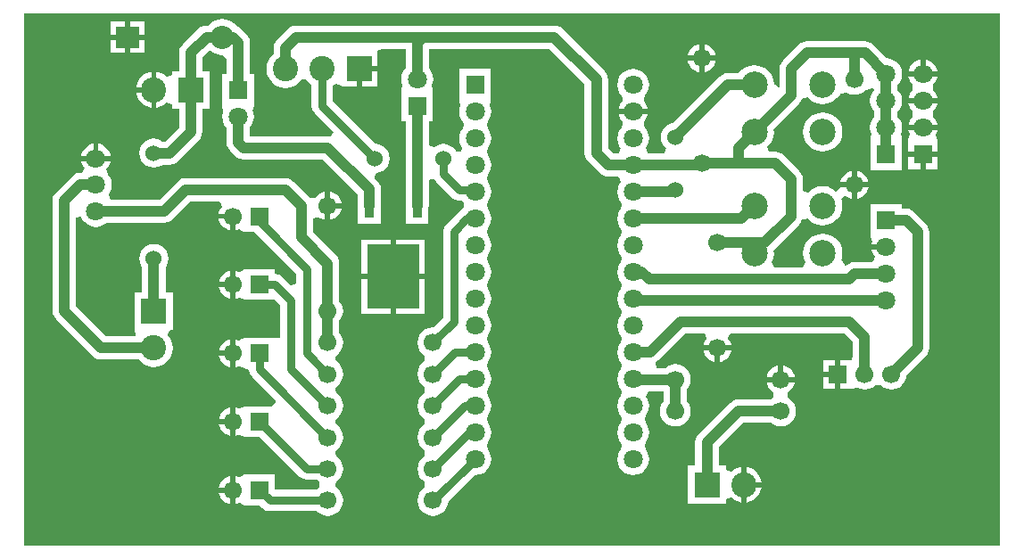
<source format=gbl>
G04 Layer_Physical_Order=2*
G04 Layer_Color=16711680*
%FSLAX25Y25*%
%MOIN*%
G70*
G01*
G75*
%ADD10R,0.19685X0.24016*%
%ADD11R,0.03740X0.08661*%
%ADD12C,0.03937*%
%ADD13C,0.03150*%
%ADD14C,0.06693*%
%ADD15C,0.09842*%
%ADD16R,0.09449X0.09449*%
%ADD17C,0.09449*%
%ADD18R,0.06693X0.06693*%
%ADD19C,0.07087*%
%ADD20R,0.07087X0.07087*%
%ADD21R,0.07087X0.07087*%
%ADD22R,0.08661X0.07874*%
%ADD23C,0.08661*%
%ADD24R,0.09449X0.09449*%
%ADD25C,0.06000*%
G36*
X367269Y2810D02*
X2810D01*
Y201915D01*
X367269D01*
Y2810D01*
D02*
G37*
%LPC*%
G36*
X152441Y102362D02*
X141614D01*
Y89370D01*
X152441D01*
Y102362D01*
D02*
G37*
G36*
X79724Y99410D02*
X75477D01*
X75530Y99006D01*
X76066Y97713D01*
X76918Y96603D01*
X78028Y95751D01*
X79321Y95216D01*
X79724Y95162D01*
Y99410D01*
D02*
G37*
G36*
Y105625D02*
X79321Y105572D01*
X78028Y105036D01*
X76918Y104184D01*
X76066Y103074D01*
X75530Y101781D01*
X75477Y101378D01*
X79724D01*
Y105625D01*
D02*
G37*
G36*
X260827Y75788D02*
X256580D01*
X256633Y75384D01*
X257168Y74091D01*
X258020Y72981D01*
X259131Y72129D01*
X260423Y71593D01*
X260827Y71540D01*
Y75788D01*
D02*
G37*
G36*
X79724Y80034D02*
X79321Y79981D01*
X78028Y79446D01*
X76918Y78594D01*
X76066Y77484D01*
X75530Y76191D01*
X75477Y75787D01*
X79724D01*
Y80034D01*
D02*
G37*
G36*
X139646Y102362D02*
X128819D01*
Y89370D01*
X139646D01*
Y102362D01*
D02*
G37*
G36*
X34957Y146653D02*
X29528D01*
X24098D01*
X24158Y146199D01*
X24713Y144858D01*
X25270Y144132D01*
X24805Y142696D01*
X24388Y142163D01*
X23622D01*
X22491Y142015D01*
X21438Y141578D01*
X20533Y140884D01*
X14628Y134978D01*
X13934Y134074D01*
X13497Y133020D01*
X13349Y131890D01*
Y90551D01*
X13497Y89421D01*
X13934Y88367D01*
X14628Y87463D01*
X28407Y73683D01*
X29312Y72989D01*
X30365Y72552D01*
X31496Y72404D01*
X45600D01*
X46127Y71717D01*
X47607Y70582D01*
X49331Y69867D01*
X51181Y69624D01*
X53031Y69867D01*
X54755Y70582D01*
X56235Y71717D01*
X57371Y73198D01*
X58085Y74922D01*
X58329Y76772D01*
X58085Y78622D01*
X57371Y80345D01*
X56488Y81496D01*
X56823Y82703D01*
X57333Y83465D01*
X58268D01*
Y97638D01*
X55549D01*
Y107120D01*
X55865Y107532D01*
X56405Y108836D01*
X56590Y110236D01*
X56405Y111636D01*
X55865Y112941D01*
X55006Y114061D01*
X53885Y114920D01*
X52581Y115460D01*
X51181Y115645D01*
X49781Y115460D01*
X48477Y114920D01*
X47357Y114061D01*
X46497Y112941D01*
X45957Y111636D01*
X45773Y110236D01*
X45957Y108836D01*
X46497Y107532D01*
X46813Y107120D01*
Y97638D01*
X44094D01*
Y83465D01*
X44094Y83465D01*
X44297Y81496D01*
X43930Y81140D01*
X33305D01*
X22085Y92361D01*
Y125346D01*
X24053Y125737D01*
X24369Y124975D01*
X25316Y123741D01*
X26549Y122794D01*
X27986Y122199D01*
X29528Y121996D01*
X31069Y122199D01*
X32506Y122794D01*
X33536Y123585D01*
X55118D01*
X56249Y123733D01*
X57302Y124170D01*
X58207Y124864D01*
X64801Y131459D01*
X75721D01*
X76264Y130579D01*
X76542Y129490D01*
X75909Y128665D01*
X75373Y127372D01*
X75320Y126969D01*
X80551D01*
Y125984D01*
X81535D01*
Y120753D01*
X81939Y120806D01*
X82874Y121194D01*
X83181Y121067D01*
X84842Y120276D01*
X84842Y120276D01*
X84843Y120276D01*
X88614D01*
X104254Y104637D01*
Y100846D01*
X102435Y100092D01*
X99295Y103232D01*
X97993Y104102D01*
X96457Y104408D01*
X96417D01*
Y106102D01*
X85000D01*
Y106102D01*
X83356Y105318D01*
X83031Y105184D01*
X82096Y105572D01*
X81693Y105625D01*
Y100394D01*
Y95162D01*
X82096Y95216D01*
X83031Y95603D01*
X83338Y95476D01*
X85000Y94685D01*
X85000Y94685D01*
X85000Y94685D01*
X96417D01*
X96417Y94685D01*
Y94685D01*
X97830Y93343D01*
X98348Y92826D01*
Y80603D01*
X96417Y80512D01*
Y80512D01*
X85000D01*
Y80512D01*
X83356Y79728D01*
X83031Y79594D01*
X82096Y79981D01*
X81693Y80034D01*
Y74803D01*
Y69572D01*
X82096Y69625D01*
X83031Y70012D01*
X83356Y69878D01*
X85000Y69095D01*
Y69095D01*
X86736Y68533D01*
X87000Y67204D01*
X87870Y65902D01*
X96643Y57129D01*
X96662Y56643D01*
X95104Y54921D01*
X94594Y54921D01*
X85000D01*
Y54921D01*
X83356Y54137D01*
X83031Y54003D01*
X82096Y54391D01*
X81693Y54444D01*
Y49213D01*
Y43981D01*
X82096Y44034D01*
X83031Y44422D01*
X83338Y44295D01*
X85000Y43504D01*
X85000Y43504D01*
X85000Y43504D01*
X90741D01*
X105587Y28658D01*
X106889Y27788D01*
X108425Y27482D01*
X112026D01*
X112070Y27425D01*
X113015Y26700D01*
X113151Y25591D01*
X113015Y24482D01*
X112070Y23756D01*
X112026Y23699D01*
X96417D01*
Y29331D01*
X85000D01*
Y29331D01*
X83356Y28547D01*
X83031Y28413D01*
X82096Y28800D01*
X81693Y28853D01*
Y23622D01*
Y18391D01*
X82096Y18444D01*
X83031Y18831D01*
X83338Y18705D01*
X85000Y17913D01*
X85000Y17913D01*
X85000Y17913D01*
X90741D01*
X91807Y16847D01*
X93110Y15977D01*
X94646Y15671D01*
X112026D01*
X112070Y15614D01*
X113263Y14698D01*
X114652Y14123D01*
X116142Y13927D01*
X117632Y14123D01*
X119021Y14698D01*
X120213Y15614D01*
X121128Y16806D01*
X121703Y18195D01*
X121900Y19685D01*
X121703Y21175D01*
X121128Y22564D01*
X120213Y23756D01*
X119268Y24482D01*
X119133Y25591D01*
X119268Y26700D01*
X120213Y27425D01*
X121128Y28617D01*
X121703Y30006D01*
X121900Y31496D01*
X121703Y32986D01*
X121128Y34375D01*
X120213Y35568D01*
X119268Y36292D01*
X119133Y37402D01*
X119268Y38511D01*
X120213Y39236D01*
X121128Y40428D01*
X121703Y41817D01*
X121900Y43307D01*
X121703Y44797D01*
X121128Y46186D01*
X120213Y47379D01*
X119268Y48103D01*
X119133Y49213D01*
X119268Y50322D01*
X120213Y51047D01*
X121128Y52239D01*
X121703Y53628D01*
X121900Y55118D01*
X121703Y56608D01*
X121128Y57997D01*
X120213Y59190D01*
X119268Y59914D01*
X119133Y61024D01*
X119268Y62133D01*
X120213Y62858D01*
X121128Y64050D01*
X121703Y65439D01*
X121900Y66929D01*
X121703Y68419D01*
X121128Y69808D01*
X120213Y71001D01*
X119268Y71726D01*
X119133Y72835D01*
X119268Y73944D01*
X120213Y74669D01*
X121128Y75861D01*
X121703Y77250D01*
X121900Y78740D01*
X121703Y80230D01*
X121128Y81619D01*
X120510Y82425D01*
Y86866D01*
X121128Y87672D01*
X121703Y89061D01*
X121900Y90551D01*
X121703Y92041D01*
X121128Y93430D01*
X120510Y94236D01*
Y108268D01*
X120361Y109398D01*
X119925Y110452D01*
X119230Y111356D01*
X110667Y119920D01*
Y125091D01*
X111547Y125634D01*
X112636Y125912D01*
X113461Y125279D01*
X114754Y124743D01*
X115157Y124690D01*
Y129921D01*
Y135152D01*
X114754Y135099D01*
X113461Y134564D01*
X112351Y133712D01*
X111785Y132974D01*
X111667Y132914D01*
X110342Y132764D01*
X109485Y132883D01*
X109388Y133010D01*
X103482Y138916D01*
X102578Y139610D01*
X101524Y140046D01*
X100394Y140195D01*
X62992D01*
X61862Y140046D01*
X60808Y139610D01*
X59903Y138916D01*
X53309Y132321D01*
X35190D01*
X34281Y134289D01*
X34686Y134817D01*
X35281Y136254D01*
X35484Y137795D01*
X35281Y139337D01*
X34686Y140773D01*
X34013Y141651D01*
X33459Y143707D01*
X33835Y144197D01*
X34342Y144858D01*
X34898Y146199D01*
X34957Y146653D01*
D02*
G37*
G36*
X121373Y128937D02*
X117126D01*
Y124690D01*
X117529Y124743D01*
X118822Y125279D01*
X119932Y126131D01*
X120784Y127241D01*
X121320Y128534D01*
X121373Y128937D01*
D02*
G37*
G36*
X117126Y135152D02*
Y130905D01*
X121373D01*
X121320Y131309D01*
X120784Y132602D01*
X119932Y133712D01*
X118822Y134564D01*
X117529Y135099D01*
X117126Y135152D01*
D02*
G37*
G36*
X139646Y117323D02*
X128819D01*
Y104331D01*
X139646D01*
Y117323D01*
D02*
G37*
G36*
X152441D02*
X141614D01*
Y104331D01*
X152441D01*
Y117323D01*
D02*
G37*
G36*
X79567Y125000D02*
X75320D01*
X75373Y124597D01*
X75909Y123304D01*
X76761Y122194D01*
X77871Y121342D01*
X79164Y120806D01*
X79567Y120753D01*
Y125000D01*
D02*
G37*
G36*
X267042Y75788D02*
X262795D01*
Y71540D01*
X263198Y71593D01*
X264491Y72129D01*
X265602Y72981D01*
X266454Y74091D01*
X266989Y75384D01*
X267042Y75788D01*
D02*
G37*
G36*
X272638Y32212D02*
Y26575D01*
X278275D01*
X278174Y27338D01*
X277500Y28966D01*
X276427Y30364D01*
X275029Y31437D01*
X273401Y32111D01*
X272638Y32212D01*
D02*
G37*
G36*
X79724Y48228D02*
X75477D01*
X75530Y47825D01*
X76066Y46532D01*
X76918Y45422D01*
X78028Y44570D01*
X79321Y44034D01*
X79724Y43981D01*
Y48228D01*
D02*
G37*
G36*
X290664Y63976D02*
X285433D01*
X280202D01*
X280255Y63573D01*
X280790Y62280D01*
X281642Y61170D01*
X282753Y60318D01*
X282715Y58203D01*
X282554Y58136D01*
X281748Y57518D01*
X269685D01*
X268554Y57369D01*
X267501Y56932D01*
X266596Y56238D01*
X254785Y44427D01*
X254091Y43523D01*
X253655Y42469D01*
X253506Y41339D01*
Y32677D01*
X250787D01*
Y18504D01*
X264961D01*
Y20085D01*
X266696Y20747D01*
X266929Y20779D01*
X268278Y19744D01*
X269906Y19070D01*
X270669Y18970D01*
Y25591D01*
Y32212D01*
X269906Y32111D01*
X268278Y31437D01*
X266929Y30402D01*
X266696Y30434D01*
X264961Y31096D01*
Y32677D01*
X262242D01*
Y39529D01*
X271494Y48781D01*
X281748D01*
X282554Y48163D01*
X283943Y47588D01*
X285433Y47392D01*
X286923Y47588D01*
X288312Y48163D01*
X289505Y49078D01*
X290420Y50271D01*
X290995Y51659D01*
X291191Y53150D01*
X290995Y54640D01*
X290420Y56029D01*
X289505Y57221D01*
X288312Y58136D01*
X288151Y58203D01*
X288113Y60318D01*
X289224Y61170D01*
X290076Y62280D01*
X290611Y63573D01*
X290664Y63976D01*
D02*
G37*
G36*
X79724Y22638D02*
X75477D01*
X75530Y22235D01*
X76066Y20942D01*
X76918Y19831D01*
X78028Y18979D01*
X79321Y18444D01*
X79724Y18391D01*
Y22638D01*
D02*
G37*
G36*
X278275Y24606D02*
X272638D01*
Y18970D01*
X273401Y19070D01*
X275029Y19744D01*
X276427Y20817D01*
X277500Y22215D01*
X278174Y23843D01*
X278275Y24606D01*
D02*
G37*
G36*
X79724Y28853D02*
X79321Y28800D01*
X78028Y28265D01*
X76918Y27413D01*
X76066Y26302D01*
X75530Y25010D01*
X75477Y24606D01*
X79724D01*
Y28853D01*
D02*
G37*
G36*
X286417Y70192D02*
Y65945D01*
X290664D01*
X290611Y66348D01*
X290076Y67641D01*
X289224Y68751D01*
X288113Y69603D01*
X286821Y70139D01*
X286417Y70192D01*
D02*
G37*
G36*
X305787Y72244D02*
X301457D01*
Y67913D01*
X305787D01*
Y72244D01*
D02*
G37*
G36*
X79724Y73819D02*
X75477D01*
X75530Y73416D01*
X76066Y72123D01*
X76918Y71013D01*
X78028Y70161D01*
X79321Y69625D01*
X79724Y69572D01*
Y73819D01*
D02*
G37*
G36*
Y54444D02*
X79321Y54391D01*
X78028Y53855D01*
X76918Y53003D01*
X76066Y51893D01*
X75530Y50600D01*
X75477Y50197D01*
X79724D01*
Y54444D01*
D02*
G37*
G36*
X305787Y65945D02*
X301457D01*
Y61614D01*
X305787D01*
Y65945D01*
D02*
G37*
G36*
X284449Y70192D02*
X284046Y70139D01*
X282753Y69603D01*
X281642Y68751D01*
X280790Y67641D01*
X280255Y66348D01*
X280202Y65945D01*
X284449D01*
Y70192D01*
D02*
G37*
G36*
X254921Y184055D02*
X250674D01*
X250727Y183652D01*
X251263Y182359D01*
X252115Y181249D01*
X253225Y180397D01*
X254518Y179861D01*
X254921Y179808D01*
Y184055D01*
D02*
G37*
G36*
X261137D02*
X256890D01*
Y179808D01*
X257293Y179861D01*
X258586Y180397D01*
X259696Y181249D01*
X260548Y182359D01*
X261084Y183652D01*
X261137Y184055D01*
D02*
G37*
G36*
X337598Y184564D02*
X337144Y184504D01*
X335803Y183948D01*
X334652Y183065D01*
X333768Y181913D01*
X333213Y180573D01*
X333153Y180118D01*
X337598D01*
Y184564D01*
D02*
G37*
G36*
X344012Y178150D02*
X338583D01*
X333153D01*
X333213Y177695D01*
X333768Y176354D01*
X334652Y175203D01*
Y173065D01*
X333768Y171914D01*
X333213Y170573D01*
X333153Y170118D01*
X338583D01*
X344012D01*
X343953Y170573D01*
X343397Y171914D01*
X342514Y173065D01*
Y175203D01*
X343397Y176354D01*
X343953Y177695D01*
X344012Y178150D01*
D02*
G37*
G36*
X50197Y179849D02*
X49434Y179749D01*
X47806Y179075D01*
X46408Y178002D01*
X45335Y176604D01*
X44660Y174976D01*
X44560Y174213D01*
X50197D01*
Y179849D01*
D02*
G37*
G36*
X134646Y180118D02*
X128937D01*
Y174409D01*
X134646D01*
Y180118D01*
D02*
G37*
G36*
X339567Y184564D02*
Y180118D01*
X344012D01*
X343953Y180573D01*
X343397Y181913D01*
X342514Y183065D01*
X341362Y183948D01*
X340021Y184504D01*
X339567Y184564D01*
D02*
G37*
G36*
X47638Y191929D02*
X42323D01*
Y187008D01*
X47638D01*
Y191929D01*
D02*
G37*
G36*
X40354Y198819D02*
X35039D01*
Y193898D01*
X40354D01*
Y198819D01*
D02*
G37*
G36*
X47638D02*
X42323D01*
Y193898D01*
X47638D01*
Y198819D01*
D02*
G37*
G36*
X254921Y190271D02*
X254518Y190217D01*
X253225Y189682D01*
X252115Y188830D01*
X251263Y187720D01*
X250727Y186427D01*
X250674Y186024D01*
X254921D01*
Y190271D01*
D02*
G37*
G36*
X256890D02*
Y186024D01*
X261137D01*
X261084Y186427D01*
X260548Y187720D01*
X259696Y188830D01*
X258586Y189682D01*
X257293Y190217D01*
X256890Y190271D01*
D02*
G37*
G36*
X40354Y191929D02*
X35039D01*
Y187008D01*
X40354D01*
Y191929D01*
D02*
G37*
G36*
X76772Y199664D02*
X75024Y199434D01*
X73396Y198760D01*
X71998Y197687D01*
X71687Y197282D01*
X70866D01*
X69736Y197133D01*
X68682Y196696D01*
X67778Y196002D01*
X61872Y190097D01*
X61178Y189192D01*
X60741Y188138D01*
X60593Y187008D01*
Y180315D01*
X57874D01*
Y178734D01*
X56138Y178072D01*
X55905Y178039D01*
X54556Y179075D01*
X52928Y179749D01*
X52165Y179849D01*
Y173228D01*
Y166607D01*
X52928Y166708D01*
X54556Y167382D01*
X55905Y168417D01*
X56138Y168385D01*
X57874Y167723D01*
Y166142D01*
X60593D01*
Y159290D01*
X55277Y153974D01*
X54297D01*
X53885Y154290D01*
X52581Y154831D01*
X51181Y155015D01*
X49781Y154831D01*
X48477Y154290D01*
X47357Y153431D01*
X46497Y152311D01*
X45957Y151006D01*
X45773Y149606D01*
X45957Y148206D01*
X46497Y146902D01*
X47357Y145782D01*
X48477Y144922D01*
X49781Y144382D01*
X51181Y144198D01*
X52581Y144382D01*
X53885Y144922D01*
X54297Y145238D01*
X57087D01*
X58217Y145387D01*
X59271Y145823D01*
X60175Y146518D01*
X68049Y154392D01*
X68743Y155296D01*
X69180Y156350D01*
X69329Y157480D01*
Y166142D01*
X72047D01*
Y180315D01*
X69329D01*
Y185199D01*
X72152Y188022D01*
X73396Y187067D01*
X75024Y186393D01*
X76772Y186163D01*
X76829Y186170D01*
X78309Y184872D01*
Y179134D01*
X76772D01*
Y167323D01*
X76772D01*
X77166Y165354D01*
X76924Y164770D01*
X76721Y163228D01*
X76924Y161687D01*
X77519Y160250D01*
X78309Y159220D01*
Y153543D01*
X78458Y152413D01*
X78894Y151359D01*
X79589Y150455D01*
X81557Y148486D01*
X82462Y147792D01*
X83515Y147356D01*
X84646Y147207D01*
X114332D01*
X127286Y134254D01*
Y129921D01*
X127421Y128890D01*
Y123228D01*
X135886D01*
Y128890D01*
X136022Y129921D01*
Y136063D01*
X135873Y137194D01*
X135436Y138247D01*
X134742Y139152D01*
X133613Y140281D01*
X133701Y140980D01*
X134380Y142298D01*
X135258Y142414D01*
X136563Y142954D01*
X137683Y143813D01*
X138542Y144934D01*
X139082Y146238D01*
X139267Y147638D01*
X139082Y149038D01*
X138542Y150342D01*
X137683Y151462D01*
X136563Y152322D01*
X135258Y152862D01*
X134167Y153006D01*
X118187Y168986D01*
Y174681D01*
X119315Y175519D01*
X121260Y174710D01*
Y174409D01*
X126969D01*
Y181102D01*
X127953D01*
Y182087D01*
X134646D01*
Y187795D01*
X136303Y188545D01*
X145238D01*
Y181331D01*
X144448Y180301D01*
X143853Y178865D01*
X143650Y177323D01*
X143853Y175781D01*
X144095Y175197D01*
X143701Y173228D01*
X143701D01*
Y161417D01*
X145238D01*
Y129921D01*
X145374Y128890D01*
Y123228D01*
X153839D01*
Y128890D01*
X153974Y129921D01*
Y139566D01*
X154627Y139798D01*
X155943Y139893D01*
X156610Y138894D01*
X162516Y132988D01*
X163818Y132118D01*
X165354Y131813D01*
X166352D01*
X167048Y130906D01*
Y129544D01*
X166653Y128827D01*
X165350Y127956D01*
X160547Y123153D01*
X159677Y121851D01*
X159372Y120315D01*
Y88277D01*
X155583Y84489D01*
X155512Y84498D01*
X154022Y84302D01*
X152633Y83727D01*
X151440Y82812D01*
X150525Y81619D01*
X149950Y80230D01*
X149754Y78740D01*
X149950Y77250D01*
X150525Y75861D01*
X151440Y74669D01*
X152385Y73944D01*
X152521Y72835D01*
X152385Y71726D01*
X151440Y71001D01*
X150525Y69808D01*
X149950Y68419D01*
X149754Y66929D01*
X149950Y65439D01*
X150525Y64050D01*
X151440Y62858D01*
X152385Y62133D01*
X152521Y61024D01*
X152385Y59914D01*
X151440Y59190D01*
X150525Y57997D01*
X149950Y56608D01*
X149754Y55118D01*
X149950Y53628D01*
X150525Y52239D01*
X151440Y51047D01*
X152385Y50322D01*
X152521Y49213D01*
X152385Y48103D01*
X151440Y47379D01*
X150525Y46186D01*
X149950Y44797D01*
X149754Y43307D01*
X149950Y41817D01*
X150525Y40428D01*
X151440Y39236D01*
X152385Y38511D01*
X152521Y37402D01*
X152385Y36292D01*
X151440Y35568D01*
X150525Y34375D01*
X149950Y32986D01*
X149754Y31496D01*
X149950Y30006D01*
X150525Y28617D01*
X151440Y27425D01*
X152385Y26700D01*
X152521Y25591D01*
X152385Y24482D01*
X151440Y23756D01*
X150525Y22564D01*
X149950Y21175D01*
X149754Y19685D01*
X149950Y18195D01*
X150525Y16806D01*
X151440Y15614D01*
X152633Y14698D01*
X154022Y14123D01*
X155512Y13927D01*
X157002Y14123D01*
X158391Y14698D01*
X159583Y15614D01*
X160498Y16806D01*
X161074Y18195D01*
X161234Y19416D01*
X171013Y29194D01*
X171260Y29162D01*
X172801Y29365D01*
X174238Y29960D01*
X175472Y30906D01*
X176418Y32140D01*
X177013Y33577D01*
X177216Y35118D01*
X177013Y36660D01*
X176418Y38096D01*
X175909Y38760D01*
X175632Y40118D01*
X175909Y41476D01*
X176418Y42140D01*
X177013Y43576D01*
X177216Y45118D01*
X177013Y46660D01*
X176418Y48096D01*
X175909Y48760D01*
X175632Y50118D01*
X175909Y51476D01*
X176418Y52140D01*
X177013Y53576D01*
X177216Y55118D01*
X177013Y56660D01*
X176418Y58096D01*
X175909Y58760D01*
X175632Y60118D01*
X175909Y61476D01*
X176418Y62140D01*
X177013Y63577D01*
X177216Y65118D01*
X177013Y66660D01*
X176418Y68096D01*
X175909Y68760D01*
X175632Y70118D01*
X175909Y71476D01*
X176418Y72140D01*
X177013Y73576D01*
X177216Y75118D01*
X177013Y76660D01*
X176418Y78096D01*
X175909Y78760D01*
X175632Y80118D01*
X175909Y81476D01*
X176418Y82140D01*
X177013Y83577D01*
X177216Y85118D01*
X177013Y86660D01*
X176418Y88096D01*
X175909Y88760D01*
X175632Y90118D01*
X175909Y91476D01*
X176418Y92140D01*
X177013Y93577D01*
X177216Y95118D01*
X177013Y96660D01*
X176418Y98096D01*
X175909Y98760D01*
X175632Y100118D01*
X175909Y101476D01*
X176418Y102140D01*
X177013Y103577D01*
X177216Y105118D01*
X177013Y106660D01*
X176418Y108096D01*
X175909Y108760D01*
X175632Y110118D01*
X175909Y111476D01*
X176418Y112140D01*
X177013Y113576D01*
X177216Y115118D01*
X177013Y116660D01*
X176418Y118096D01*
X175909Y118760D01*
X175632Y120118D01*
X175909Y121476D01*
X176418Y122140D01*
X177013Y123576D01*
X177216Y125118D01*
X177013Y126660D01*
X176418Y128096D01*
X175909Y128760D01*
X175632Y130118D01*
X175909Y131476D01*
X176418Y132140D01*
X177013Y133577D01*
X177216Y135118D01*
X177013Y136660D01*
X176418Y138096D01*
X175909Y138760D01*
X175632Y140118D01*
X175909Y141476D01*
X176418Y142140D01*
X177013Y143577D01*
X177216Y145118D01*
X177013Y146660D01*
X176418Y148096D01*
X175909Y148760D01*
X175632Y150118D01*
X175909Y151476D01*
X176418Y152140D01*
X177013Y153577D01*
X177216Y155118D01*
X177013Y156660D01*
X176418Y158096D01*
X175909Y158760D01*
X175632Y160118D01*
X175909Y161476D01*
X176418Y162140D01*
X177013Y163576D01*
X177216Y165118D01*
X177013Y166660D01*
X176771Y167244D01*
X177165Y169213D01*
X177165D01*
Y181024D01*
X165354D01*
Y169213D01*
X165354D01*
X165748Y167244D01*
X165506Y166660D01*
X165303Y165118D01*
X165506Y163576D01*
X166101Y162140D01*
X166611Y161476D01*
X166887Y160118D01*
X166611Y158760D01*
X166101Y158096D01*
X165506Y156660D01*
X165303Y155118D01*
X165506Y153577D01*
X166101Y152140D01*
X166507Y151611D01*
X166079Y150166D01*
X164267Y150017D01*
X164133Y150342D01*
X163273Y151462D01*
X162153Y152322D01*
X160849Y152862D01*
X159449Y153046D01*
X158049Y152862D01*
X156745Y152322D01*
X155943Y151707D01*
X154764Y152027D01*
X153974Y152545D01*
Y161417D01*
X155512D01*
Y173228D01*
X155512D01*
X155118Y175197D01*
X155360Y175781D01*
X155563Y177323D01*
X155360Y178865D01*
X154765Y180301D01*
X153974Y181331D01*
Y188545D01*
X198978D01*
X212167Y175356D01*
Y149606D01*
X212316Y148476D01*
X212753Y147422D01*
X213447Y146518D01*
X217935Y142029D01*
X218840Y141335D01*
X219893Y140899D01*
X221024Y140750D01*
X224823D01*
X225002Y140552D01*
X225682Y138781D01*
X225156Y138096D01*
X224562Y136660D01*
X224359Y135118D01*
X224562Y133577D01*
X225156Y132140D01*
X225666Y131476D01*
X225943Y130118D01*
X225666Y128760D01*
X225156Y128096D01*
X224562Y126660D01*
X224359Y125118D01*
X224562Y123576D01*
X225156Y122140D01*
X225666Y121476D01*
X225943Y120118D01*
X225666Y118760D01*
X225156Y118096D01*
X224562Y116660D01*
X224359Y115118D01*
X224562Y113576D01*
X225156Y112140D01*
X225666Y111476D01*
X225943Y110118D01*
X225666Y108760D01*
X225156Y108096D01*
X224562Y106660D01*
X224359Y105118D01*
X224562Y103577D01*
X225156Y102140D01*
X225666Y101476D01*
X225943Y100118D01*
X225666Y98760D01*
X225156Y98096D01*
X224562Y96660D01*
X224359Y95118D01*
X224562Y93577D01*
X225156Y92140D01*
X225666Y91476D01*
X225943Y90118D01*
X225666Y88760D01*
X225156Y88096D01*
X224562Y86660D01*
X224359Y85118D01*
X224562Y83577D01*
X225156Y82140D01*
X225666Y81476D01*
X225943Y80118D01*
X225666Y78760D01*
X225156Y78096D01*
X224562Y76660D01*
X224359Y75118D01*
X224562Y73576D01*
X225156Y72140D01*
X225666Y71476D01*
X225943Y70118D01*
X225666Y68760D01*
X225156Y68096D01*
X224562Y66660D01*
X224359Y65118D01*
X224562Y63577D01*
X225156Y62140D01*
X225666Y61476D01*
X225943Y60118D01*
X225666Y58760D01*
X225156Y58096D01*
X224562Y56660D01*
X224359Y55118D01*
X224562Y53576D01*
X225156Y52140D01*
X225666Y51476D01*
X225943Y50118D01*
X225666Y48760D01*
X225156Y48096D01*
X224562Y46660D01*
X224359Y45118D01*
X224562Y43576D01*
X225156Y42140D01*
X225666Y41476D01*
X225943Y40118D01*
X225666Y38760D01*
X225156Y38096D01*
X224562Y36660D01*
X224359Y35118D01*
X224562Y33577D01*
X225156Y32140D01*
X226103Y30906D01*
X227337Y29960D01*
X228773Y29365D01*
X230315Y29162D01*
X231857Y29365D01*
X233293Y29960D01*
X234527Y30906D01*
X235473Y32140D01*
X236069Y33577D01*
X236271Y35118D01*
X236069Y36660D01*
X235473Y38096D01*
X234964Y38760D01*
X234687Y40118D01*
X234964Y41476D01*
X235473Y42140D01*
X236069Y43576D01*
X236271Y45118D01*
X236069Y46660D01*
X235473Y48096D01*
X234964Y48760D01*
X234687Y50118D01*
X234964Y51476D01*
X235473Y52140D01*
X236069Y53576D01*
X236271Y55118D01*
X236069Y56660D01*
X235473Y58096D01*
X235068Y58624D01*
X235977Y60593D01*
X241695D01*
Y56835D01*
X241076Y56029D01*
X240501Y54640D01*
X240305Y53150D01*
X240501Y51659D01*
X241076Y50271D01*
X241991Y49078D01*
X243184Y48163D01*
X244573Y47588D01*
X246063Y47392D01*
X247553Y47588D01*
X248942Y48163D01*
X250134Y49078D01*
X251049Y50271D01*
X251625Y51659D01*
X251821Y53150D01*
X251625Y54640D01*
X251049Y56029D01*
X250431Y56835D01*
Y61276D01*
X251049Y62082D01*
X251625Y63470D01*
X251821Y64961D01*
X251625Y66451D01*
X251049Y67840D01*
X250134Y69032D01*
X248942Y69947D01*
X247553Y70522D01*
X246063Y70718D01*
X244573Y70522D01*
X243184Y69947D01*
X242378Y69329D01*
X239019D01*
X238628Y71297D01*
X238720Y71335D01*
X239624Y72029D01*
X249841Y82246D01*
X256981D01*
X257524Y81367D01*
X257802Y80278D01*
X257168Y79452D01*
X256633Y78159D01*
X256580Y77756D01*
X261811D01*
X267042D01*
X266989Y78159D01*
X266454Y79452D01*
X265820Y80278D01*
X266098Y81367D01*
X266641Y82246D01*
X309214D01*
X312404Y79057D01*
Y74081D01*
X312087Y72244D01*
X307756D01*
Y66929D01*
Y61614D01*
X312087D01*
X312087Y61614D01*
X314055Y61875D01*
X315281Y61367D01*
X316772Y61171D01*
X318262Y61367D01*
X319651Y61943D01*
X320596Y62668D01*
X320843Y62858D01*
X322700Y62858D01*
X322948Y62668D01*
X323893Y61943D01*
X325281Y61367D01*
X326772Y61171D01*
X328262Y61367D01*
X329651Y61943D01*
X330843Y62858D01*
X331758Y64050D01*
X332333Y65439D01*
X332466Y66446D01*
X339703Y73683D01*
X340397Y74588D01*
X340833Y75641D01*
X340982Y76772D01*
Y120079D01*
X340833Y121209D01*
X340397Y122263D01*
X339703Y123167D01*
X335293Y127577D01*
X334389Y128271D01*
X333335Y128707D01*
X332205Y128856D01*
X330709D01*
Y130394D01*
X318898D01*
Y118583D01*
X318898Y118583D01*
X319718Y116614D01*
X319433Y115927D01*
X319373Y115472D01*
X324803D01*
Y113504D01*
X319373D01*
X319433Y113049D01*
X319989Y111708D01*
X320667Y110825D01*
X320410Y109784D01*
X319855Y108856D01*
X313150D01*
X312019Y108707D01*
X310966Y108271D01*
X310314Y107771D01*
X309648Y107660D01*
X309231Y107745D01*
X308122Y109930D01*
X308277Y110303D01*
X308527Y112205D01*
X308277Y114106D01*
X307543Y115878D01*
X306376Y117399D01*
X304854Y118567D01*
X303082Y119301D01*
X301181Y119551D01*
X299280Y119301D01*
X297508Y118567D01*
X295987Y117399D01*
X294819Y115878D01*
X294085Y114106D01*
X293835Y112205D01*
X294085Y110303D01*
X294750Y108699D01*
X294509Y108024D01*
X293720Y106730D01*
X283052D01*
X282262Y108024D01*
X282022Y108699D01*
X282686Y110303D01*
X282937Y112205D01*
X282801Y113238D01*
X292459Y122896D01*
X293153Y123800D01*
X293526Y124700D01*
X294114Y124944D01*
X295621Y125203D01*
X295987Y124727D01*
X297508Y123559D01*
X299280Y122825D01*
X301181Y122575D01*
X303082Y122825D01*
X304854Y123559D01*
X306376Y124727D01*
X307543Y126248D01*
X308277Y128020D01*
X308527Y129921D01*
X308277Y131823D01*
X308028Y132424D01*
X309645Y133664D01*
X310312Y133153D01*
X311605Y132617D01*
X312008Y132564D01*
Y136811D01*
X307761D01*
X307814Y136408D01*
X306293Y135340D01*
X306145Y135293D01*
X304854Y136283D01*
X303082Y137017D01*
X301181Y137268D01*
X299280Y137017D01*
X297508Y136283D01*
X295987Y135116D01*
X295707Y134751D01*
X293738Y135419D01*
Y139764D01*
X293589Y140894D01*
X293153Y141948D01*
X292459Y142852D01*
X286553Y148758D01*
X285649Y149452D01*
X284595Y149889D01*
X283465Y150037D01*
X281089D01*
X280420Y152006D01*
X280785Y152286D01*
X281953Y153807D01*
X282686Y155579D01*
X282937Y157480D01*
X282801Y158513D01*
X292459Y168171D01*
X293153Y169076D01*
X293526Y169976D01*
X294114Y170220D01*
X295621Y170479D01*
X295987Y170002D01*
X297508Y168835D01*
X299280Y168101D01*
X301181Y167850D01*
X303082Y168101D01*
X304854Y168835D01*
X306376Y170002D01*
X307543Y171524D01*
X307620Y171709D01*
X309986Y172277D01*
X310113Y172179D01*
X311502Y171604D01*
X312992Y171407D01*
X314482Y171604D01*
X315871Y172179D01*
X317064Y173094D01*
X317238Y173321D01*
X319597Y173778D01*
X319864Y173694D01*
X320435Y173218D01*
Y173142D01*
X319645Y172112D01*
X319050Y170676D01*
X318847Y169134D01*
X319050Y167592D01*
X319645Y166156D01*
X320435Y165126D01*
Y163142D01*
X319645Y162112D01*
X319050Y160676D01*
X318847Y159134D01*
X319050Y157592D01*
X319292Y157008D01*
X318898Y155039D01*
X318898D01*
Y143228D01*
X330709D01*
Y155039D01*
X330709Y155039D01*
X330315Y157008D01*
X330557Y157592D01*
X330760Y159134D01*
X330557Y160676D01*
X329962Y162112D01*
X329171Y163142D01*
Y165126D01*
X329962Y166156D01*
X330557Y167592D01*
X330760Y169134D01*
X330557Y170676D01*
X329962Y172112D01*
X329171Y173142D01*
Y175126D01*
X329962Y176156D01*
X330557Y177592D01*
X330760Y179134D01*
X330557Y180675D01*
X329962Y182112D01*
X329015Y183346D01*
X327781Y184292D01*
X326345Y184887D01*
X325058Y185057D01*
X320018Y190097D01*
X319113Y190791D01*
X318060Y191227D01*
X316929Y191376D01*
X295276D01*
X294145Y191227D01*
X293092Y190791D01*
X292187Y190097D01*
X286281Y184191D01*
X285587Y183286D01*
X285151Y182233D01*
X285002Y181102D01*
Y174493D01*
X284808Y174329D01*
X283279Y175038D01*
X282922Y175312D01*
X282686Y177098D01*
X281953Y178870D01*
X280785Y180392D01*
X279264Y181559D01*
X277492Y182293D01*
X275590Y182543D01*
X273689Y182293D01*
X271917Y181559D01*
X270396Y180392D01*
X269762Y179565D01*
X265748D01*
X264617Y179416D01*
X263564Y178980D01*
X262659Y178286D01*
X245178Y160804D01*
X244663Y160736D01*
X243359Y160196D01*
X242239Y159336D01*
X241379Y158216D01*
X240839Y156912D01*
X240654Y155512D01*
X240839Y154112D01*
X241379Y152808D01*
X242239Y151687D01*
X242542Y151455D01*
X241874Y149486D01*
X235807D01*
X235628Y149684D01*
X234948Y151455D01*
X235473Y152140D01*
X236069Y153577D01*
X236271Y155118D01*
X236069Y156660D01*
X235473Y158096D01*
X234724Y159073D01*
X234384Y160273D01*
X234246Y161187D01*
X235129Y162338D01*
X235685Y163679D01*
X235745Y164134D01*
X224885D01*
X224945Y163679D01*
X225500Y162338D01*
X226384Y161187D01*
X226246Y160273D01*
X225906Y159073D01*
X225156Y158096D01*
X224562Y156660D01*
X224359Y155118D01*
X224562Y153577D01*
X225156Y152140D01*
X225682Y151455D01*
X225002Y149684D01*
X224823Y149486D01*
X222833D01*
X220903Y151416D01*
Y177165D01*
X220755Y178296D01*
X220318Y179349D01*
X219624Y180254D01*
X203876Y196002D01*
X202971Y196696D01*
X201918Y197133D01*
X200787Y197282D01*
X104331D01*
X103200Y197133D01*
X102147Y196696D01*
X101242Y196002D01*
X97305Y192065D01*
X96611Y191160D01*
X96175Y190107D01*
X96026Y188976D01*
Y186683D01*
X95340Y186157D01*
X94204Y184676D01*
X93489Y182952D01*
X93246Y181102D01*
X93489Y179252D01*
X94204Y177529D01*
X95340Y176048D01*
X96820Y174912D01*
X98544Y174198D01*
X100394Y173955D01*
X102244Y174198D01*
X103968Y174912D01*
X105448Y176048D01*
X106109Y176909D01*
X106569Y177061D01*
X107998D01*
X108458Y176909D01*
X109119Y176048D01*
X110159Y175250D01*
Y167323D01*
X110465Y165787D01*
X111335Y164484D01*
X118334Y157485D01*
X117311Y155855D01*
X117237Y155799D01*
X116142Y155943D01*
X87045D01*
Y159220D01*
X87836Y160250D01*
X88431Y161687D01*
X88634Y163228D01*
X88431Y164770D01*
X88189Y165354D01*
X88583Y167323D01*
X88583D01*
Y179134D01*
X87045D01*
Y190945D01*
X86896Y192075D01*
X86460Y193129D01*
X85766Y194034D01*
X83797Y196002D01*
X82893Y196696D01*
X82032Y197053D01*
X81545Y197687D01*
X80147Y198760D01*
X78519Y199434D01*
X76772Y199664D01*
D02*
G37*
G36*
X337598Y148150D02*
X333071D01*
Y143622D01*
X337598D01*
Y148150D01*
D02*
G37*
G36*
X344094D02*
X339567D01*
Y143622D01*
X344094D01*
Y148150D01*
D02*
G37*
G36*
X318223Y136811D02*
X313976D01*
Y132564D01*
X314380Y132617D01*
X315672Y133153D01*
X316783Y134005D01*
X317635Y135115D01*
X318170Y136408D01*
X318223Y136811D01*
D02*
G37*
G36*
X312008Y143026D02*
X311605Y142973D01*
X310312Y142438D01*
X309202Y141586D01*
X308349Y140476D01*
X307814Y139183D01*
X307761Y138780D01*
X312008D01*
Y143026D01*
D02*
G37*
G36*
X313976D02*
Y138780D01*
X318223D01*
X318170Y139183D01*
X317635Y140476D01*
X316783Y141586D01*
X315672Y142438D01*
X314380Y142973D01*
X313976Y143026D01*
D02*
G37*
G36*
X28543Y153068D02*
X28089Y153008D01*
X26748Y152452D01*
X25596Y151569D01*
X24713Y150417D01*
X24158Y149077D01*
X24098Y148622D01*
X28543D01*
Y153068D01*
D02*
G37*
G36*
X344012Y168150D02*
X338583D01*
X333153D01*
X333213Y167695D01*
X333768Y166354D01*
X334652Y165203D01*
Y163065D01*
X333768Y161914D01*
X333213Y160573D01*
X333153Y160118D01*
X338583D01*
X344012D01*
X343953Y160573D01*
X343397Y161914D01*
X342514Y163065D01*
Y165203D01*
X343397Y166354D01*
X343953Y167695D01*
X344012Y168150D01*
D02*
G37*
G36*
X230315Y181075D02*
X228773Y180872D01*
X227337Y180277D01*
X226103Y179330D01*
X225156Y178096D01*
X224562Y176660D01*
X224359Y175118D01*
X224562Y173576D01*
X225156Y172140D01*
X225906Y171163D01*
X226246Y169963D01*
X226384Y169049D01*
X225500Y167898D01*
X224945Y166557D01*
X224885Y166102D01*
X235745D01*
X235685Y166557D01*
X235129Y167898D01*
X234246Y169049D01*
X234384Y169963D01*
X234724Y171163D01*
X235473Y172140D01*
X236069Y173576D01*
X236271Y175118D01*
X236069Y176660D01*
X235473Y178096D01*
X234527Y179330D01*
X233293Y180277D01*
X231857Y180872D01*
X230315Y181075D01*
D02*
G37*
G36*
X50197Y172244D02*
X44560D01*
X44660Y171481D01*
X45335Y169853D01*
X46408Y168455D01*
X47806Y167382D01*
X49434Y166708D01*
X50197Y166607D01*
Y172244D01*
D02*
G37*
G36*
X30512Y153068D02*
Y148622D01*
X34957D01*
X34898Y149077D01*
X34342Y150417D01*
X33459Y151569D01*
X32307Y152452D01*
X30966Y153008D01*
X30512Y153068D01*
D02*
G37*
G36*
X344012Y158150D02*
X338583D01*
X333153D01*
X333213Y157695D01*
X333660Y156614D01*
X333071Y154646D01*
X333071D01*
Y150118D01*
X338583D01*
X344094D01*
Y154646D01*
X344094Y154646D01*
X343505Y156614D01*
X343953Y157695D01*
X344012Y158150D01*
D02*
G37*
G36*
X301181Y164827D02*
X299280Y164576D01*
X297508Y163842D01*
X295987Y162675D01*
X294819Y161153D01*
X294085Y159382D01*
X293835Y157480D01*
X294085Y155579D01*
X294819Y153807D01*
X295987Y152286D01*
X297508Y151118D01*
X299280Y150384D01*
X301181Y150134D01*
X303082Y150384D01*
X304854Y151118D01*
X306376Y152286D01*
X307543Y153807D01*
X308277Y155579D01*
X308527Y157480D01*
X308277Y159382D01*
X307543Y161153D01*
X306376Y162675D01*
X304854Y163842D01*
X303082Y164576D01*
X301181Y164827D01*
D02*
G37*
%LPD*%
D10*
X140630Y103347D02*
D03*
D11*
X149606Y129921D02*
D03*
X131653D02*
D03*
D12*
X261811Y116142D02*
X279528D01*
X312992Y187008D02*
X316929D01*
X295276D02*
X312992D01*
Y177165D02*
Y187008D01*
X326772Y66929D02*
X336614Y76772D01*
Y120079D01*
X324803Y124488D02*
X332205D01*
X336614Y120079D01*
X230945Y94488D02*
X324803D01*
X313150Y104488D02*
X324803D01*
X311024Y102362D02*
X313150Y104488D01*
X216535Y149606D02*
Y177165D01*
Y149606D02*
X221024Y145118D01*
X230315D01*
X116142Y78740D02*
Y90551D01*
Y108268D01*
X106299Y118110D02*
X116142Y108268D01*
X106299Y118110D02*
Y129921D01*
X100394Y135827D02*
X106299Y129921D01*
X230315Y145118D02*
X255354D01*
X255906Y145669D01*
X269685D01*
Y151575D01*
X275590Y157480D01*
X289370Y125984D02*
Y139764D01*
X283465Y145669D02*
X289370Y139764D01*
X269685Y145669D02*
X283465D01*
X270787Y125118D02*
X275590Y129921D01*
X230315Y125118D02*
X270787D01*
X265748Y175197D02*
X275590D01*
X246063Y155512D02*
X265748Y175197D01*
X230315Y135118D02*
X244803D01*
X324803Y149134D02*
Y159134D01*
Y169134D01*
Y179134D01*
X279528Y116142D02*
X289370Y125984D01*
X230315Y95118D02*
X230945Y94488D01*
X236221Y102362D02*
X311024D01*
X233465Y105118D02*
X236221Y102362D01*
X230315Y105118D02*
X233465D01*
X230472Y64961D02*
X246063D01*
X230315Y65118D02*
X230472Y64961D01*
X246063Y53150D02*
Y64961D01*
X236535Y75118D02*
X248031Y86614D01*
X230315Y75118D02*
X236535D01*
X316772Y66929D02*
Y80866D01*
X311024Y86614D02*
X316772Y80866D01*
X248031Y86614D02*
X311024D01*
X257874Y25591D02*
Y41339D01*
X269685Y53150D01*
X285433D01*
X275590Y157480D02*
X289370Y171260D01*
Y181102D01*
X295276Y187008D01*
X316929D02*
X324803Y179134D01*
X62992Y135827D02*
X100394D01*
Y181102D02*
Y188976D01*
X200787Y192913D02*
X216535Y177165D01*
X100394Y188976D02*
X104331Y192913D01*
X149606Y129921D02*
Y167323D01*
X131653Y129921D02*
Y136063D01*
X149606Y177323D02*
Y190945D01*
X151575Y192913D01*
X104331D02*
X151575D01*
X200787D01*
X29528Y127953D02*
X55118D01*
X62992Y135827D01*
X51181Y90551D02*
Y110236D01*
X23622Y137795D02*
X29528D01*
X31496Y76772D02*
X51181D01*
X17717Y90551D02*
X31496Y76772D01*
X17717Y90551D02*
Y131890D01*
X23622Y137795D01*
X82677Y153543D02*
Y163228D01*
Y153543D02*
X84646Y151575D01*
X116142D01*
X131653Y136063D01*
X51181Y149606D02*
X57087D01*
X64961Y157480D01*
Y173228D01*
Y187008D01*
X70866Y192913D01*
X76772D01*
X80709D01*
X82677Y190945D01*
Y173228D02*
Y190945D01*
D13*
X168189Y125118D02*
X171260D01*
X163386Y120315D02*
X168189Y125118D01*
X163386Y86614D02*
Y120315D01*
X155512Y78740D02*
X163386Y86614D01*
X163701Y75118D02*
X171260D01*
X155512Y66929D02*
X163701Y75118D01*
X165512Y65118D02*
X171260D01*
X155512Y55118D02*
X165512Y65118D01*
X167323Y55118D02*
X171260D01*
X155512Y43307D02*
X167323Y55118D01*
X169134Y45118D02*
X171260D01*
X155512Y31496D02*
X169134Y45118D01*
X155827Y19685D02*
X171260Y35118D01*
X155512Y19685D02*
X155827D01*
X108268Y74803D02*
X116142Y66929D01*
X108268Y74803D02*
Y106299D01*
X90551Y124016D02*
X108268Y106299D01*
X90551Y124016D02*
Y125984D01*
X102362Y68898D02*
X116142Y55118D01*
X102362Y68898D02*
Y94488D01*
X96457Y100394D02*
X102362Y94488D01*
X90709Y100394D02*
X96457D01*
X90709Y68740D02*
X116142Y43307D01*
X90709Y68740D02*
Y74803D01*
X108425Y31496D02*
X116142D01*
X90709Y49213D02*
X108425Y31496D01*
X94646Y19685D02*
X116142D01*
X90709Y23622D02*
X94646Y19685D01*
X170551Y135827D02*
X171260Y135118D01*
X165354Y135827D02*
X170551D01*
X159449Y141732D02*
X165354Y135827D01*
X159449Y141732D02*
Y147638D01*
X114173Y167323D02*
Y181102D01*
Y167323D02*
X133858Y147638D01*
D14*
X261811Y76772D02*
D03*
Y116142D02*
D03*
X255906Y185039D02*
D03*
Y145669D02*
D03*
X285433Y64961D02*
D03*
X246063D02*
D03*
Y53150D02*
D03*
X285433D02*
D03*
X326772Y66929D02*
D03*
X316772D02*
D03*
X312992Y137795D02*
D03*
Y177165D02*
D03*
X80709Y100394D02*
D03*
X80551Y125984D02*
D03*
X80709Y74803D02*
D03*
Y49213D02*
D03*
Y23622D02*
D03*
X116142Y78740D02*
D03*
X155512D02*
D03*
Y66929D02*
D03*
X116142D02*
D03*
X155512Y55118D02*
D03*
X116142D02*
D03*
X155512Y43307D02*
D03*
X116142D02*
D03*
X155512Y31496D02*
D03*
X116142D02*
D03*
X155512Y19685D02*
D03*
X116142D02*
D03*
X116142Y90551D02*
D03*
Y129921D02*
D03*
D15*
X275590Y112205D02*
D03*
X301181D02*
D03*
Y129921D02*
D03*
X275590D02*
D03*
Y157480D02*
D03*
X301181D02*
D03*
Y175197D02*
D03*
X275590D02*
D03*
D16*
X257874Y25591D02*
D03*
X127953Y181102D02*
D03*
X64961Y173228D02*
D03*
D17*
X271654Y25591D02*
D03*
X114173Y181102D02*
D03*
X100394D02*
D03*
X51181Y76772D02*
D03*
Y173228D02*
D03*
D18*
X306772Y66929D02*
D03*
X90709Y100394D02*
D03*
X90551Y125984D02*
D03*
X90709Y74803D02*
D03*
Y49213D02*
D03*
Y23622D02*
D03*
D19*
X171260Y35118D02*
D03*
Y65118D02*
D03*
Y55118D02*
D03*
Y95118D02*
D03*
Y85118D02*
D03*
Y125118D02*
D03*
Y115118D02*
D03*
Y155118D02*
D03*
Y145118D02*
D03*
X230315Y35118D02*
D03*
Y55118D02*
D03*
Y65118D02*
D03*
Y85118D02*
D03*
Y95118D02*
D03*
Y115118D02*
D03*
Y125118D02*
D03*
Y145118D02*
D03*
Y155118D02*
D03*
Y175118D02*
D03*
X171260Y45118D02*
D03*
Y75118D02*
D03*
Y105118D02*
D03*
Y135118D02*
D03*
Y165118D02*
D03*
X230315Y45118D02*
D03*
Y75118D02*
D03*
Y105118D02*
D03*
Y135118D02*
D03*
Y165118D02*
D03*
X324803Y159134D02*
D03*
Y169134D02*
D03*
Y179134D02*
D03*
X338583Y159134D02*
D03*
Y169134D02*
D03*
Y179134D02*
D03*
X29528Y147638D02*
D03*
Y137795D02*
D03*
Y127953D02*
D03*
X82677Y163228D02*
D03*
X149606Y177323D02*
D03*
X324803Y114488D02*
D03*
Y104488D02*
D03*
Y94488D02*
D03*
D20*
X171260Y175118D02*
D03*
D21*
X324803Y149134D02*
D03*
X338583D02*
D03*
X82677Y173228D02*
D03*
X149606Y167323D02*
D03*
X324803Y124488D02*
D03*
D22*
X41339Y192913D02*
D03*
D23*
X76772D02*
D03*
D24*
X51181Y90551D02*
D03*
D25*
X246063Y155512D02*
D03*
Y135827D02*
D03*
X159449Y147638D02*
D03*
X133858D02*
D03*
X51181Y110236D02*
D03*
Y149606D02*
D03*
M02*

</source>
